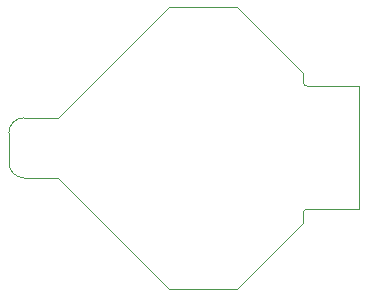
<source format=gko>
G04 Layer_Color=16711935*
%FSLAX25Y25*%
%MOIN*%
G70*
G01*
G75*
%ADD49C,0.00100*%
D49*
X35500Y22000D02*
G03*
X37000Y20500I1500J0D01*
G01*
X37100Y-20400D02*
G03*
X35500Y-22000I0J-1600D01*
G01*
X-57500Y10000D02*
G03*
X-62500Y5000I0J-5000D01*
G01*
Y-5000D02*
G03*
X-57500Y-10000I5000J0D01*
G01*
X35500Y22000D02*
Y22500D01*
X37000Y20500D02*
X54100D01*
X35500Y22500D02*
Y25000D01*
Y-25000D02*
Y-22000D01*
X37100Y-20400D02*
X42000D01*
X-62500Y3000D02*
Y5000D01*
X-57500Y10000D02*
X-55500D01*
X-62500Y-5000D02*
Y-3000D01*
X-57500Y-10000D02*
X-55000D01*
X-46000D01*
X-62500Y-3000D02*
Y3000D01*
X-55500Y10000D02*
X-46000D01*
Y-10000D02*
X-9000Y-47000D01*
X42000Y-20400D02*
X54100D01*
Y20500D01*
X13500Y47000D02*
X35500Y25000D01*
X-46000Y10000D02*
X-9000Y47000D01*
X13500D01*
X-9000Y-47000D02*
X13500D01*
X35500Y-25000D01*
M02*

</source>
